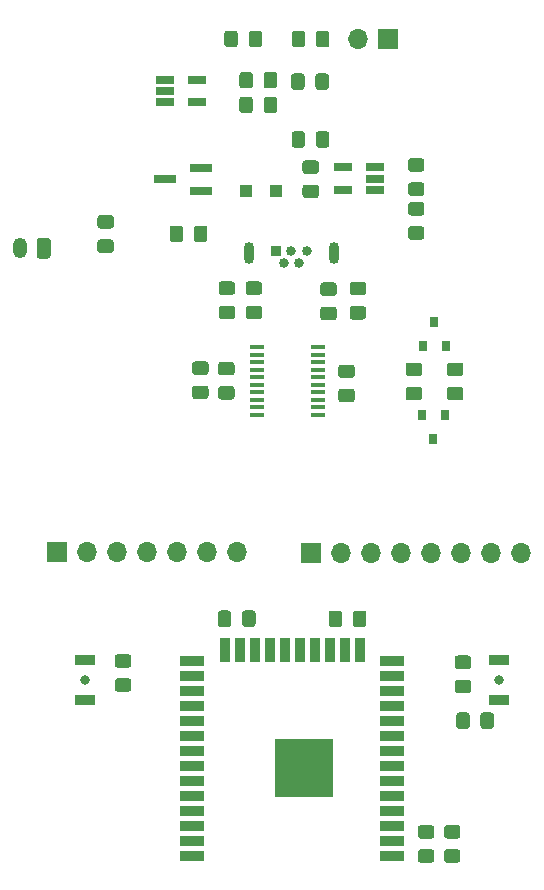
<source format=gts>
%TF.GenerationSoftware,KiCad,Pcbnew,(5.1.9)-1*%
%TF.CreationDate,2021-03-18T14:02:07+01:00*%
%TF.ProjectId,clip,636c6970-2e6b-4696-9361-645f70636258,rev?*%
%TF.SameCoordinates,Original*%
%TF.FileFunction,Soldermask,Top*%
%TF.FilePolarity,Negative*%
%FSLAX46Y46*%
G04 Gerber Fmt 4.6, Leading zero omitted, Abs format (unit mm)*
G04 Created by KiCad (PCBNEW (5.1.9)-1) date 2021-03-18 14:02:07*
%MOMM*%
%LPD*%
G01*
G04 APERTURE LIST*
%ADD10O,1.200000X1.750000*%
%ADD11R,2.000000X0.900000*%
%ADD12R,0.900000X2.000000*%
%ADD13R,5.000000X5.000000*%
%ADD14O,0.850000X1.850000*%
%ADD15C,0.840000*%
%ADD16R,0.840000X0.840000*%
%ADD17O,1.700000X1.700000*%
%ADD18R,1.700000X1.700000*%
%ADD19R,1.200000X0.400000*%
%ADD20R,1.560000X0.650000*%
%ADD21C,0.800000*%
%ADD22R,1.700000X0.900000*%
%ADD23R,0.800000X0.900000*%
%ADD24R,1.900000X0.800000*%
%ADD25R,1.000000X1.000000*%
G04 APERTURE END LIST*
D10*
%TO.C,J1*%
X125800000Y-72370000D03*
G36*
G01*
X128400000Y-71744999D02*
X128400000Y-72995001D01*
G75*
G02*
X128150001Y-73245000I-249999J0D01*
G01*
X127449999Y-73245000D01*
G75*
G02*
X127200000Y-72995001I0J249999D01*
G01*
X127200000Y-71744999D01*
G75*
G02*
X127449999Y-71495000I249999J0D01*
G01*
X128150001Y-71495000D01*
G75*
G02*
X128400000Y-71744999I0J-249999D01*
G01*
G37*
%TD*%
D11*
%TO.C,U4*%
X140330000Y-123855000D03*
X140330000Y-122585000D03*
X140330000Y-121315000D03*
X140330000Y-120045000D03*
X140330000Y-118775000D03*
X140330000Y-117505000D03*
X140330000Y-116235000D03*
X140330000Y-114965000D03*
X140330000Y-113695000D03*
X140330000Y-112425000D03*
X140330000Y-111155000D03*
X140330000Y-109885000D03*
X140330000Y-108615000D03*
X140330000Y-107345000D03*
D12*
X143115000Y-106345000D03*
X144385000Y-106345000D03*
X145655000Y-106345000D03*
X146925000Y-106345000D03*
X148195000Y-106345000D03*
X149465000Y-106345000D03*
X150735000Y-106345000D03*
X152005000Y-106345000D03*
X153275000Y-106345000D03*
X154545000Y-106345000D03*
D11*
X157330000Y-107345000D03*
X157330000Y-108615000D03*
X157330000Y-109885000D03*
X157330000Y-111155000D03*
X157330000Y-112425000D03*
X157330000Y-113695000D03*
X157330000Y-114965000D03*
X157330000Y-116235000D03*
X157330000Y-117505000D03*
X157330000Y-118775000D03*
X157330000Y-120045000D03*
X157330000Y-121315000D03*
X157330000Y-122585000D03*
X157330000Y-123855000D03*
D13*
X149830000Y-116355000D03*
%TD*%
D14*
%TO.C,J2*%
X152355000Y-72790000D03*
X145205000Y-72790000D03*
D15*
X150080000Y-72570000D03*
X149430000Y-73570000D03*
X148780000Y-72570000D03*
X148130000Y-73570000D03*
D16*
X147480000Y-72570000D03*
%TD*%
D17*
%TO.C,JP1*%
X154450000Y-54640000D03*
D18*
X156990000Y-54640000D03*
%TD*%
%TO.C,R13*%
G36*
G01*
X159590001Y-83190000D02*
X158689999Y-83190000D01*
G75*
G02*
X158440000Y-82940001I0J249999D01*
G01*
X158440000Y-82289999D01*
G75*
G02*
X158689999Y-82040000I249999J0D01*
G01*
X159590001Y-82040000D01*
G75*
G02*
X159840000Y-82289999I0J-249999D01*
G01*
X159840000Y-82940001D01*
G75*
G02*
X159590001Y-83190000I-249999J0D01*
G01*
G37*
G36*
G01*
X159590001Y-85240000D02*
X158689999Y-85240000D01*
G75*
G02*
X158440000Y-84990001I0J249999D01*
G01*
X158440000Y-84339999D01*
G75*
G02*
X158689999Y-84090000I249999J0D01*
G01*
X159590001Y-84090000D01*
G75*
G02*
X159840000Y-84339999I0J-249999D01*
G01*
X159840000Y-84990001D01*
G75*
G02*
X159590001Y-85240000I-249999J0D01*
G01*
G37*
%TD*%
%TO.C,C6*%
G36*
G01*
X142857999Y-77222000D02*
X143758001Y-77222000D01*
G75*
G02*
X144008000Y-77471999I0J-249999D01*
G01*
X144008000Y-78122001D01*
G75*
G02*
X143758001Y-78372000I-249999J0D01*
G01*
X142857999Y-78372000D01*
G75*
G02*
X142608000Y-78122001I0J249999D01*
G01*
X142608000Y-77471999D01*
G75*
G02*
X142857999Y-77222000I249999J0D01*
G01*
G37*
G36*
G01*
X142857999Y-75172000D02*
X143758001Y-75172000D01*
G75*
G02*
X144008000Y-75421999I0J-249999D01*
G01*
X144008000Y-76072001D01*
G75*
G02*
X143758001Y-76322000I-249999J0D01*
G01*
X142857999Y-76322000D01*
G75*
G02*
X142608000Y-76072001I0J249999D01*
G01*
X142608000Y-75421999D01*
G75*
G02*
X142857999Y-75172000I249999J0D01*
G01*
G37*
%TD*%
D19*
%TO.C,U3*%
X145840000Y-86451500D03*
X145840000Y-85816500D03*
X145840000Y-85181500D03*
X145840000Y-84546500D03*
X145840000Y-83911500D03*
X145840000Y-83276500D03*
X145840000Y-82641500D03*
X145840000Y-82006500D03*
X145840000Y-81371500D03*
X145840000Y-80736500D03*
X151040000Y-80736500D03*
X151040000Y-81371500D03*
X151040000Y-82006500D03*
X151040000Y-82641500D03*
X151040000Y-83276500D03*
X151040000Y-83911500D03*
X151040000Y-84546500D03*
X151040000Y-85181500D03*
X151040000Y-85816500D03*
X151040000Y-86451500D03*
%TD*%
D20*
%TO.C,U2*%
X155858000Y-67417000D03*
X155858000Y-66467000D03*
X155858000Y-65517000D03*
X153158000Y-65517000D03*
X153158000Y-67417000D03*
%TD*%
%TO.C,U1*%
X140790000Y-58120000D03*
X140790000Y-60020000D03*
X138090000Y-60020000D03*
X138090000Y-59070000D03*
X138090000Y-58120000D03*
%TD*%
D21*
%TO.C,EN*%
X166350000Y-108920000D03*
D22*
X166350000Y-110620000D03*
X166350000Y-107220000D03*
%TD*%
D21*
%TO.C,BOOT*%
X131330000Y-108915000D03*
D22*
X131330000Y-107215000D03*
X131330000Y-110615000D03*
%TD*%
%TO.C,R12*%
G36*
G01*
X163090001Y-83190000D02*
X162189999Y-83190000D01*
G75*
G02*
X161940000Y-82940001I0J249999D01*
G01*
X161940000Y-82289999D01*
G75*
G02*
X162189999Y-82040000I249999J0D01*
G01*
X163090001Y-82040000D01*
G75*
G02*
X163340000Y-82289999I0J-249999D01*
G01*
X163340000Y-82940001D01*
G75*
G02*
X163090001Y-83190000I-249999J0D01*
G01*
G37*
G36*
G01*
X163090001Y-85240000D02*
X162189999Y-85240000D01*
G75*
G02*
X161940000Y-84990001I0J249999D01*
G01*
X161940000Y-84339999D01*
G75*
G02*
X162189999Y-84090000I249999J0D01*
G01*
X163090001Y-84090000D01*
G75*
G02*
X163340000Y-84339999I0J-249999D01*
G01*
X163340000Y-84990001D01*
G75*
G02*
X163090001Y-85240000I-249999J0D01*
G01*
G37*
%TD*%
%TO.C,R11*%
G36*
G01*
X134069999Y-108775000D02*
X134970001Y-108775000D01*
G75*
G02*
X135220000Y-109024999I0J-249999D01*
G01*
X135220000Y-109675001D01*
G75*
G02*
X134970001Y-109925000I-249999J0D01*
G01*
X134069999Y-109925000D01*
G75*
G02*
X133820000Y-109675001I0J249999D01*
G01*
X133820000Y-109024999D01*
G75*
G02*
X134069999Y-108775000I249999J0D01*
G01*
G37*
G36*
G01*
X134069999Y-106725000D02*
X134970001Y-106725000D01*
G75*
G02*
X135220000Y-106974999I0J-249999D01*
G01*
X135220000Y-107625001D01*
G75*
G02*
X134970001Y-107875000I-249999J0D01*
G01*
X134069999Y-107875000D01*
G75*
G02*
X133820000Y-107625001I0J249999D01*
G01*
X133820000Y-106974999D01*
G75*
G02*
X134069999Y-106725000I249999J0D01*
G01*
G37*
%TD*%
%TO.C,R10*%
G36*
G01*
X163880000Y-111909999D02*
X163880000Y-112810001D01*
G75*
G02*
X163630001Y-113060000I-249999J0D01*
G01*
X162979999Y-113060000D01*
G75*
G02*
X162730000Y-112810001I0J249999D01*
G01*
X162730000Y-111909999D01*
G75*
G02*
X162979999Y-111660000I249999J0D01*
G01*
X163630001Y-111660000D01*
G75*
G02*
X163880000Y-111909999I0J-249999D01*
G01*
G37*
G36*
G01*
X165930000Y-111909999D02*
X165930000Y-112810001D01*
G75*
G02*
X165680001Y-113060000I-249999J0D01*
G01*
X165029999Y-113060000D01*
G75*
G02*
X164780000Y-112810001I0J249999D01*
G01*
X164780000Y-111909999D01*
G75*
G02*
X165029999Y-111660000I249999J0D01*
G01*
X165680001Y-111660000D01*
G75*
G02*
X165930000Y-111909999I0J-249999D01*
G01*
G37*
%TD*%
%TO.C,R9*%
G36*
G01*
X153975000Y-104190001D02*
X153975000Y-103289999D01*
G75*
G02*
X154224999Y-103040000I249999J0D01*
G01*
X154875001Y-103040000D01*
G75*
G02*
X155125000Y-103289999I0J-249999D01*
G01*
X155125000Y-104190001D01*
G75*
G02*
X154875001Y-104440000I-249999J0D01*
G01*
X154224999Y-104440000D01*
G75*
G02*
X153975000Y-104190001I0J249999D01*
G01*
G37*
G36*
G01*
X151925000Y-104190001D02*
X151925000Y-103289999D01*
G75*
G02*
X152174999Y-103040000I249999J0D01*
G01*
X152825001Y-103040000D01*
G75*
G02*
X153075000Y-103289999I0J-249999D01*
G01*
X153075000Y-104190001D01*
G75*
G02*
X152825001Y-104440000I-249999J0D01*
G01*
X152174999Y-104440000D01*
G75*
G02*
X151925000Y-104190001I0J249999D01*
G01*
G37*
%TD*%
%TO.C,R8*%
G36*
G01*
X144250000Y-54189999D02*
X144250000Y-55090001D01*
G75*
G02*
X144000001Y-55340000I-249999J0D01*
G01*
X143349999Y-55340000D01*
G75*
G02*
X143100000Y-55090001I0J249999D01*
G01*
X143100000Y-54189999D01*
G75*
G02*
X143349999Y-53940000I249999J0D01*
G01*
X144000001Y-53940000D01*
G75*
G02*
X144250000Y-54189999I0J-249999D01*
G01*
G37*
G36*
G01*
X146300000Y-54189999D02*
X146300000Y-55090001D01*
G75*
G02*
X146050001Y-55340000I-249999J0D01*
G01*
X145399999Y-55340000D01*
G75*
G02*
X145150000Y-55090001I0J249999D01*
G01*
X145150000Y-54189999D01*
G75*
G02*
X145399999Y-53940000I249999J0D01*
G01*
X146050001Y-53940000D01*
G75*
G02*
X146300000Y-54189999I0J-249999D01*
G01*
G37*
%TD*%
%TO.C,R7*%
G36*
G01*
X145143999Y-77222000D02*
X146044001Y-77222000D01*
G75*
G02*
X146294000Y-77471999I0J-249999D01*
G01*
X146294000Y-78122001D01*
G75*
G02*
X146044001Y-78372000I-249999J0D01*
G01*
X145143999Y-78372000D01*
G75*
G02*
X144894000Y-78122001I0J249999D01*
G01*
X144894000Y-77471999D01*
G75*
G02*
X145143999Y-77222000I249999J0D01*
G01*
G37*
G36*
G01*
X145143999Y-75172000D02*
X146044001Y-75172000D01*
G75*
G02*
X146294000Y-75421999I0J-249999D01*
G01*
X146294000Y-76072001D01*
G75*
G02*
X146044001Y-76322000I-249999J0D01*
G01*
X145143999Y-76322000D01*
G75*
G02*
X144894000Y-76072001I0J249999D01*
G01*
X144894000Y-75421999D01*
G75*
G02*
X145143999Y-75172000I249999J0D01*
G01*
G37*
%TD*%
%TO.C,R6*%
G36*
G01*
X146420000Y-58580001D02*
X146420000Y-57679999D01*
G75*
G02*
X146669999Y-57430000I249999J0D01*
G01*
X147320001Y-57430000D01*
G75*
G02*
X147570000Y-57679999I0J-249999D01*
G01*
X147570000Y-58580001D01*
G75*
G02*
X147320001Y-58830000I-249999J0D01*
G01*
X146669999Y-58830000D01*
G75*
G02*
X146420000Y-58580001I0J249999D01*
G01*
G37*
G36*
G01*
X144370000Y-58580001D02*
X144370000Y-57679999D01*
G75*
G02*
X144619999Y-57430000I249999J0D01*
G01*
X145270001Y-57430000D01*
G75*
G02*
X145520000Y-57679999I0J-249999D01*
G01*
X145520000Y-58580001D01*
G75*
G02*
X145270001Y-58830000I-249999J0D01*
G01*
X144619999Y-58830000D01*
G75*
G02*
X144370000Y-58580001I0J249999D01*
G01*
G37*
%TD*%
%TO.C,R5*%
G36*
G01*
X158889999Y-64740000D02*
X159790001Y-64740000D01*
G75*
G02*
X160040000Y-64989999I0J-249999D01*
G01*
X160040000Y-65640001D01*
G75*
G02*
X159790001Y-65890000I-249999J0D01*
G01*
X158889999Y-65890000D01*
G75*
G02*
X158640000Y-65640001I0J249999D01*
G01*
X158640000Y-64989999D01*
G75*
G02*
X158889999Y-64740000I249999J0D01*
G01*
G37*
G36*
G01*
X158889999Y-66790000D02*
X159790001Y-66790000D01*
G75*
G02*
X160040000Y-67039999I0J-249999D01*
G01*
X160040000Y-67690001D01*
G75*
G02*
X159790001Y-67940000I-249999J0D01*
G01*
X158889999Y-67940000D01*
G75*
G02*
X158640000Y-67690001I0J249999D01*
G01*
X158640000Y-67039999D01*
G75*
G02*
X158889999Y-66790000I249999J0D01*
G01*
G37*
%TD*%
%TO.C,R4*%
G36*
G01*
X151473999Y-77310000D02*
X152374001Y-77310000D01*
G75*
G02*
X152624000Y-77559999I0J-249999D01*
G01*
X152624000Y-78210001D01*
G75*
G02*
X152374001Y-78460000I-249999J0D01*
G01*
X151473999Y-78460000D01*
G75*
G02*
X151224000Y-78210001I0J249999D01*
G01*
X151224000Y-77559999D01*
G75*
G02*
X151473999Y-77310000I249999J0D01*
G01*
G37*
G36*
G01*
X151473999Y-75260000D02*
X152374001Y-75260000D01*
G75*
G02*
X152624000Y-75509999I0J-249999D01*
G01*
X152624000Y-76160001D01*
G75*
G02*
X152374001Y-76410000I-249999J0D01*
G01*
X151473999Y-76410000D01*
G75*
G02*
X151224000Y-76160001I0J249999D01*
G01*
X151224000Y-75509999D01*
G75*
G02*
X151473999Y-75260000I249999J0D01*
G01*
G37*
%TD*%
%TO.C,R2*%
G36*
G01*
X140510000Y-71590001D02*
X140510000Y-70689999D01*
G75*
G02*
X140759999Y-70440000I249999J0D01*
G01*
X141410001Y-70440000D01*
G75*
G02*
X141660000Y-70689999I0J-249999D01*
G01*
X141660000Y-71590001D01*
G75*
G02*
X141410001Y-71840000I-249999J0D01*
G01*
X140759999Y-71840000D01*
G75*
G02*
X140510000Y-71590001I0J249999D01*
G01*
G37*
G36*
G01*
X138460000Y-71590001D02*
X138460000Y-70689999D01*
G75*
G02*
X138709999Y-70440000I249999J0D01*
G01*
X139360001Y-70440000D01*
G75*
G02*
X139610000Y-70689999I0J-249999D01*
G01*
X139610000Y-71590001D01*
G75*
G02*
X139360001Y-71840000I-249999J0D01*
G01*
X138709999Y-71840000D01*
G75*
G02*
X138460000Y-71590001I0J249999D01*
G01*
G37*
%TD*%
%TO.C,R1*%
G36*
G01*
X150840000Y-63600001D02*
X150840000Y-62699999D01*
G75*
G02*
X151089999Y-62450000I249999J0D01*
G01*
X151740001Y-62450000D01*
G75*
G02*
X151990000Y-62699999I0J-249999D01*
G01*
X151990000Y-63600001D01*
G75*
G02*
X151740001Y-63850000I-249999J0D01*
G01*
X151089999Y-63850000D01*
G75*
G02*
X150840000Y-63600001I0J249999D01*
G01*
G37*
G36*
G01*
X148790000Y-63600001D02*
X148790000Y-62699999D01*
G75*
G02*
X149039999Y-62450000I249999J0D01*
G01*
X149690001Y-62450000D01*
G75*
G02*
X149940000Y-62699999I0J-249999D01*
G01*
X149940000Y-63600001D01*
G75*
G02*
X149690001Y-63850000I-249999J0D01*
G01*
X149039999Y-63850000D01*
G75*
G02*
X148790000Y-63600001I0J249999D01*
G01*
G37*
%TD*%
D23*
%TO.C,Q3*%
X160802000Y-88490000D03*
X159852000Y-86490000D03*
X161752000Y-86490000D03*
%TD*%
%TO.C,Q2*%
X160890000Y-78640000D03*
X161840000Y-80640000D03*
X159940000Y-80640000D03*
%TD*%
D24*
%TO.C,Q1*%
X138100000Y-66530000D03*
X141100000Y-65580000D03*
X141100000Y-67480000D03*
%TD*%
D17*
%TO.C,J4*%
X168220000Y-98170000D03*
X165680000Y-98170000D03*
X163140000Y-98170000D03*
X160600000Y-98170000D03*
X158060000Y-98170000D03*
X155520000Y-98170000D03*
X152980000Y-98170000D03*
D18*
X150440000Y-98170000D03*
%TD*%
D17*
%TO.C,J3*%
X144200000Y-98100000D03*
X141660000Y-98100000D03*
X139120000Y-98100000D03*
X136580000Y-98100000D03*
X134040000Y-98100000D03*
X131500000Y-98100000D03*
D18*
X128960000Y-98100000D03*
%TD*%
%TO.C,D5*%
G36*
G01*
X143685000Y-103279999D02*
X143685000Y-104180001D01*
G75*
G02*
X143435001Y-104430000I-249999J0D01*
G01*
X142784999Y-104430000D01*
G75*
G02*
X142535000Y-104180001I0J249999D01*
G01*
X142535000Y-103279999D01*
G75*
G02*
X142784999Y-103030000I249999J0D01*
G01*
X143435001Y-103030000D01*
G75*
G02*
X143685000Y-103279999I0J-249999D01*
G01*
G37*
G36*
G01*
X145735000Y-103279999D02*
X145735000Y-104180001D01*
G75*
G02*
X145485001Y-104430000I-249999J0D01*
G01*
X144834999Y-104430000D01*
G75*
G02*
X144585000Y-104180001I0J249999D01*
G01*
X144585000Y-103279999D01*
G75*
G02*
X144834999Y-103030000I249999J0D01*
G01*
X145485001Y-103030000D01*
G75*
G02*
X145735000Y-103279999I0J-249999D01*
G01*
G37*
%TD*%
%TO.C,D3*%
G36*
G01*
X150850000Y-55110001D02*
X150850000Y-54209999D01*
G75*
G02*
X151099999Y-53960000I249999J0D01*
G01*
X151750001Y-53960000D01*
G75*
G02*
X152000000Y-54209999I0J-249999D01*
G01*
X152000000Y-55110001D01*
G75*
G02*
X151750001Y-55360000I-249999J0D01*
G01*
X151099999Y-55360000D01*
G75*
G02*
X150850000Y-55110001I0J249999D01*
G01*
G37*
G36*
G01*
X148800000Y-55110001D02*
X148800000Y-54209999D01*
G75*
G02*
X149049999Y-53960000I249999J0D01*
G01*
X149700001Y-53960000D01*
G75*
G02*
X149950000Y-54209999I0J-249999D01*
G01*
X149950000Y-55110001D01*
G75*
G02*
X149700001Y-55360000I-249999J0D01*
G01*
X149049999Y-55360000D01*
G75*
G02*
X148800000Y-55110001I0J249999D01*
G01*
G37*
%TD*%
D25*
%TO.C,D2*%
X144930000Y-67530000D03*
X147430000Y-67530000D03*
%TD*%
%TO.C,D1*%
G36*
G01*
X149900000Y-57809999D02*
X149900000Y-58710001D01*
G75*
G02*
X149650001Y-58960000I-249999J0D01*
G01*
X148999999Y-58960000D01*
G75*
G02*
X148750000Y-58710001I0J249999D01*
G01*
X148750000Y-57809999D01*
G75*
G02*
X148999999Y-57560000I249999J0D01*
G01*
X149650001Y-57560000D01*
G75*
G02*
X149900000Y-57809999I0J-249999D01*
G01*
G37*
G36*
G01*
X151950000Y-57809999D02*
X151950000Y-58710001D01*
G75*
G02*
X151700001Y-58960000I-249999J0D01*
G01*
X151049999Y-58960000D01*
G75*
G02*
X150800000Y-58710001I0J249999D01*
G01*
X150800000Y-57809999D01*
G75*
G02*
X151049999Y-57560000I249999J0D01*
G01*
X151700001Y-57560000D01*
G75*
G02*
X151950000Y-57809999I0J-249999D01*
G01*
G37*
%TD*%
%TO.C,C12*%
G36*
G01*
X163740001Y-107990000D02*
X162839999Y-107990000D01*
G75*
G02*
X162590000Y-107740001I0J249999D01*
G01*
X162590000Y-107089999D01*
G75*
G02*
X162839999Y-106840000I249999J0D01*
G01*
X163740001Y-106840000D01*
G75*
G02*
X163990000Y-107089999I0J-249999D01*
G01*
X163990000Y-107740001D01*
G75*
G02*
X163740001Y-107990000I-249999J0D01*
G01*
G37*
G36*
G01*
X163740001Y-110040000D02*
X162839999Y-110040000D01*
G75*
G02*
X162590000Y-109790001I0J249999D01*
G01*
X162590000Y-109139999D01*
G75*
G02*
X162839999Y-108890000I249999J0D01*
G01*
X163740001Y-108890000D01*
G75*
G02*
X163990000Y-109139999I0J-249999D01*
G01*
X163990000Y-109790001D01*
G75*
G02*
X163740001Y-110040000I-249999J0D01*
G01*
G37*
%TD*%
%TO.C,C11*%
G36*
G01*
X159729999Y-123250000D02*
X160630001Y-123250000D01*
G75*
G02*
X160880000Y-123499999I0J-249999D01*
G01*
X160880000Y-124150001D01*
G75*
G02*
X160630001Y-124400000I-249999J0D01*
G01*
X159729999Y-124400000D01*
G75*
G02*
X159480000Y-124150001I0J249999D01*
G01*
X159480000Y-123499999D01*
G75*
G02*
X159729999Y-123250000I249999J0D01*
G01*
G37*
G36*
G01*
X159729999Y-121200000D02*
X160630001Y-121200000D01*
G75*
G02*
X160880000Y-121449999I0J-249999D01*
G01*
X160880000Y-122100001D01*
G75*
G02*
X160630001Y-122350000I-249999J0D01*
G01*
X159729999Y-122350000D01*
G75*
G02*
X159480000Y-122100001I0J249999D01*
G01*
X159480000Y-121449999D01*
G75*
G02*
X159729999Y-121200000I249999J0D01*
G01*
G37*
%TD*%
%TO.C,C10*%
G36*
G01*
X161939999Y-123240000D02*
X162840001Y-123240000D01*
G75*
G02*
X163090000Y-123489999I0J-249999D01*
G01*
X163090000Y-124140001D01*
G75*
G02*
X162840001Y-124390000I-249999J0D01*
G01*
X161939999Y-124390000D01*
G75*
G02*
X161690000Y-124140001I0J249999D01*
G01*
X161690000Y-123489999D01*
G75*
G02*
X161939999Y-123240000I249999J0D01*
G01*
G37*
G36*
G01*
X161939999Y-121190000D02*
X162840001Y-121190000D01*
G75*
G02*
X163090000Y-121439999I0J-249999D01*
G01*
X163090000Y-122090001D01*
G75*
G02*
X162840001Y-122340000I-249999J0D01*
G01*
X161939999Y-122340000D01*
G75*
G02*
X161690000Y-122090001I0J249999D01*
G01*
X161690000Y-121439999D01*
G75*
G02*
X161939999Y-121190000I249999J0D01*
G01*
G37*
%TD*%
%TO.C,C9*%
G36*
G01*
X140609999Y-83995000D02*
X141510001Y-83995000D01*
G75*
G02*
X141760000Y-84244999I0J-249999D01*
G01*
X141760000Y-84895001D01*
G75*
G02*
X141510001Y-85145000I-249999J0D01*
G01*
X140609999Y-85145000D01*
G75*
G02*
X140360000Y-84895001I0J249999D01*
G01*
X140360000Y-84244999D01*
G75*
G02*
X140609999Y-83995000I249999J0D01*
G01*
G37*
G36*
G01*
X140609999Y-81945000D02*
X141510001Y-81945000D01*
G75*
G02*
X141760000Y-82194999I0J-249999D01*
G01*
X141760000Y-82845001D01*
G75*
G02*
X141510001Y-83095000I-249999J0D01*
G01*
X140609999Y-83095000D01*
G75*
G02*
X140360000Y-82845001I0J249999D01*
G01*
X140360000Y-82194999D01*
G75*
G02*
X140609999Y-81945000I249999J0D01*
G01*
G37*
%TD*%
%TO.C,C8*%
G36*
G01*
X142809999Y-84025000D02*
X143710001Y-84025000D01*
G75*
G02*
X143960000Y-84274999I0J-249999D01*
G01*
X143960000Y-84925001D01*
G75*
G02*
X143710001Y-85175000I-249999J0D01*
G01*
X142809999Y-85175000D01*
G75*
G02*
X142560000Y-84925001I0J249999D01*
G01*
X142560000Y-84274999D01*
G75*
G02*
X142809999Y-84025000I249999J0D01*
G01*
G37*
G36*
G01*
X142809999Y-81975000D02*
X143710001Y-81975000D01*
G75*
G02*
X143960000Y-82224999I0J-249999D01*
G01*
X143960000Y-82875001D01*
G75*
G02*
X143710001Y-83125000I-249999J0D01*
G01*
X142809999Y-83125000D01*
G75*
G02*
X142560000Y-82875001I0J249999D01*
G01*
X142560000Y-82224999D01*
G75*
G02*
X142809999Y-81975000I249999J0D01*
G01*
G37*
%TD*%
%TO.C,C7*%
G36*
G01*
X153900001Y-83355000D02*
X152999999Y-83355000D01*
G75*
G02*
X152750000Y-83105001I0J249999D01*
G01*
X152750000Y-82454999D01*
G75*
G02*
X152999999Y-82205000I249999J0D01*
G01*
X153900001Y-82205000D01*
G75*
G02*
X154150000Y-82454999I0J-249999D01*
G01*
X154150000Y-83105001D01*
G75*
G02*
X153900001Y-83355000I-249999J0D01*
G01*
G37*
G36*
G01*
X153900001Y-85405000D02*
X152999999Y-85405000D01*
G75*
G02*
X152750000Y-85155001I0J249999D01*
G01*
X152750000Y-84504999D01*
G75*
G02*
X152999999Y-84255000I249999J0D01*
G01*
X153900001Y-84255000D01*
G75*
G02*
X154150000Y-84504999I0J-249999D01*
G01*
X154150000Y-85155001D01*
G75*
G02*
X153900001Y-85405000I-249999J0D01*
G01*
G37*
%TD*%
%TO.C,C5*%
G36*
G01*
X153959999Y-77250000D02*
X154860001Y-77250000D01*
G75*
G02*
X155110000Y-77499999I0J-249999D01*
G01*
X155110000Y-78150001D01*
G75*
G02*
X154860001Y-78400000I-249999J0D01*
G01*
X153959999Y-78400000D01*
G75*
G02*
X153710000Y-78150001I0J249999D01*
G01*
X153710000Y-77499999D01*
G75*
G02*
X153959999Y-77250000I249999J0D01*
G01*
G37*
G36*
G01*
X153959999Y-75200000D02*
X154860001Y-75200000D01*
G75*
G02*
X155110000Y-75449999I0J-249999D01*
G01*
X155110000Y-76100001D01*
G75*
G02*
X154860001Y-76350000I-249999J0D01*
G01*
X153959999Y-76350000D01*
G75*
G02*
X153710000Y-76100001I0J249999D01*
G01*
X153710000Y-75449999D01*
G75*
G02*
X153959999Y-75200000I249999J0D01*
G01*
G37*
%TD*%
%TO.C,C4*%
G36*
G01*
X158889999Y-68450000D02*
X159790001Y-68450000D01*
G75*
G02*
X160040000Y-68699999I0J-249999D01*
G01*
X160040000Y-69350001D01*
G75*
G02*
X159790001Y-69600000I-249999J0D01*
G01*
X158889999Y-69600000D01*
G75*
G02*
X158640000Y-69350001I0J249999D01*
G01*
X158640000Y-68699999D01*
G75*
G02*
X158889999Y-68450000I249999J0D01*
G01*
G37*
G36*
G01*
X158889999Y-70500000D02*
X159790001Y-70500000D01*
G75*
G02*
X160040000Y-70749999I0J-249999D01*
G01*
X160040000Y-71400001D01*
G75*
G02*
X159790001Y-71650000I-249999J0D01*
G01*
X158889999Y-71650000D01*
G75*
G02*
X158640000Y-71400001I0J249999D01*
G01*
X158640000Y-70749999D01*
G75*
G02*
X158889999Y-70500000I249999J0D01*
G01*
G37*
%TD*%
%TO.C,C3*%
G36*
G01*
X150860001Y-68130000D02*
X149959999Y-68130000D01*
G75*
G02*
X149710000Y-67880001I0J249999D01*
G01*
X149710000Y-67229999D01*
G75*
G02*
X149959999Y-66980000I249999J0D01*
G01*
X150860001Y-66980000D01*
G75*
G02*
X151110000Y-67229999I0J-249999D01*
G01*
X151110000Y-67880001D01*
G75*
G02*
X150860001Y-68130000I-249999J0D01*
G01*
G37*
G36*
G01*
X150860001Y-66080000D02*
X149959999Y-66080000D01*
G75*
G02*
X149710000Y-65830001I0J249999D01*
G01*
X149710000Y-65179999D01*
G75*
G02*
X149959999Y-64930000I249999J0D01*
G01*
X150860001Y-64930000D01*
G75*
G02*
X151110000Y-65179999I0J-249999D01*
G01*
X151110000Y-65830001D01*
G75*
G02*
X150860001Y-66080000I-249999J0D01*
G01*
G37*
%TD*%
%TO.C,C2*%
G36*
G01*
X146420000Y-60680001D02*
X146420000Y-59779999D01*
G75*
G02*
X146669999Y-59530000I249999J0D01*
G01*
X147320001Y-59530000D01*
G75*
G02*
X147570000Y-59779999I0J-249999D01*
G01*
X147570000Y-60680001D01*
G75*
G02*
X147320001Y-60930000I-249999J0D01*
G01*
X146669999Y-60930000D01*
G75*
G02*
X146420000Y-60680001I0J249999D01*
G01*
G37*
G36*
G01*
X144370000Y-60680001D02*
X144370000Y-59779999D01*
G75*
G02*
X144619999Y-59530000I249999J0D01*
G01*
X145270001Y-59530000D01*
G75*
G02*
X145520000Y-59779999I0J-249999D01*
G01*
X145520000Y-60680001D01*
G75*
G02*
X145270001Y-60930000I-249999J0D01*
G01*
X144619999Y-60930000D01*
G75*
G02*
X144370000Y-60680001I0J249999D01*
G01*
G37*
%TD*%
%TO.C,C1*%
G36*
G01*
X132589999Y-71610000D02*
X133490001Y-71610000D01*
G75*
G02*
X133740000Y-71859999I0J-249999D01*
G01*
X133740000Y-72510001D01*
G75*
G02*
X133490001Y-72760000I-249999J0D01*
G01*
X132589999Y-72760000D01*
G75*
G02*
X132340000Y-72510001I0J249999D01*
G01*
X132340000Y-71859999D01*
G75*
G02*
X132589999Y-71610000I249999J0D01*
G01*
G37*
G36*
G01*
X132589999Y-69560000D02*
X133490001Y-69560000D01*
G75*
G02*
X133740000Y-69809999I0J-249999D01*
G01*
X133740000Y-70460001D01*
G75*
G02*
X133490001Y-70710000I-249999J0D01*
G01*
X132589999Y-70710000D01*
G75*
G02*
X132340000Y-70460001I0J249999D01*
G01*
X132340000Y-69809999D01*
G75*
G02*
X132589999Y-69560000I249999J0D01*
G01*
G37*
%TD*%
M02*

</source>
